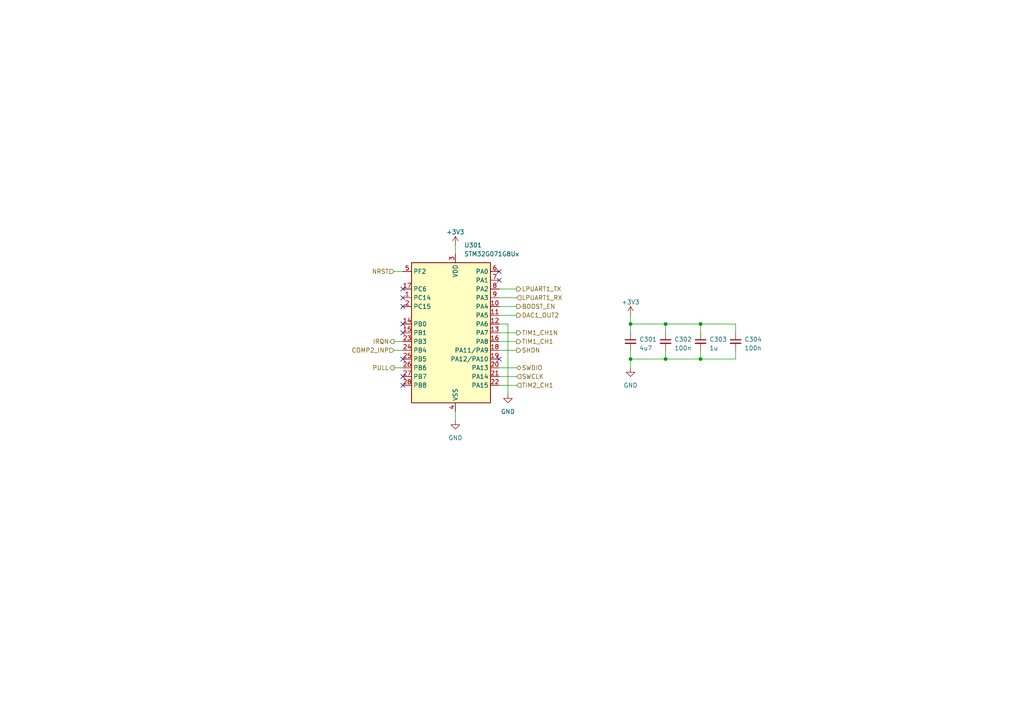
<source format=kicad_sch>
(kicad_sch (version 20230121) (generator eeschema)
  (paper "A4")
  (title_block (date "2024-01-02") (rev "1"))
  (lib_symbols
    (symbol "Device:C_Small" (pin_numbers hide) (pin_names (offset 0.254) hide)
      (property "Reference" "C" (at 0.254 1.778 0))
      (property "Value" "C_Small" (at 0.254 -2.032 0))
      (symbol "C_Small_0_1"
        (polyline (pts (xy -1.524 -0.508) (xy 1.524 -0.508)) (stroke (width 0.3302)))
        (polyline (pts (xy -1.524 0.508) (xy 1.524 0.508)) (stroke (width 0.3048)))
      )
      (symbol "C_Small_1_1"
        (pin passive line (at 0 2.54 270) (length 2.032) (name "~") (number "1"))
        (pin passive line (at 0 -2.54 90) (length 2.032) (name "~") (number "2"))
      )
    )
    (symbol "MCU_ST_STM32G0:STM32G071G8Ux"
      (property "Reference" "U" (at -10.16 21.59 0))
      (property "Value" "STM32G071G8Ux" (at 5.08 21.59 0))
      (symbol "STM32G071G8Ux_0_1"
        (rectangle (start -10.16 -20.32) (end 12.7 20.32) (stroke (width 0.254)) (fill (type background)))
      )
      (symbol "STM32G071G8Ux_1_1"
        (pin bidirectional line (at -12.7 10.16 0) (length 2.54) (name "PC14") (number "1"))
        (pin bidirectional line (at 15.24 7.62 180) (length 2.54) (name "PA4") (number "10"))
        (pin bidirectional line (at 15.24 5.08 180) (length 2.54) (name "PA5") (number "11"))
        (pin bidirectional line (at 15.24 2.54 180) (length 2.54) (name "PA6") (number "12"))
        (pin bidirectional line (at 15.24 0 180) (length 2.54) (name "PA7") (number "13"))
        (pin bidirectional line (at -12.7 2.54 0) (length 2.54) (name "PB0") (number "14"))
        (pin bidirectional line (at -12.7 0 0) (length 2.54) (name "PB1") (number "15"))
        (pin bidirectional line (at 15.24 -2.54 180) (length 2.54) (name "PA8") (number "16"))
        (pin bidirectional line (at -12.7 12.7 0) (length 2.54) (name "PC6") (number "17"))
        (pin bidirectional line (at 15.24 -5.08 180) (length 2.54) (name "PA11/PA9") (number "18"))
        (pin bidirectional line (at 15.24 -7.62 180) (length 2.54) (name "PA12/PA10") (number "19"))
        (pin bidirectional line (at -12.7 7.62 0) (length 2.54) (name "PC15") (number "2"))
        (pin bidirectional line (at 15.24 -10.16 180) (length 2.54) (name "PA13") (number "20"))
        (pin bidirectional line (at 15.24 -12.7 180) (length 2.54) (name "PA14") (number "21"))
        (pin bidirectional line (at 15.24 -15.24 180) (length 2.54) (name "PA15") (number "22"))
        (pin bidirectional line (at -12.7 -2.54 0) (length 2.54) (name "PB3") (number "23"))
        (pin bidirectional line (at -12.7 -5.08 0) (length 2.54) (name "PB4") (number "24"))
        (pin bidirectional line (at -12.7 -7.62 0) (length 2.54) (name "PB5") (number "25"))
        (pin bidirectional line (at -12.7 -10.16 0) (length 2.54) (name "PB6") (number "26"))
        (pin bidirectional line (at -12.7 -12.7 0) (length 2.54) (name "PB7") (number "27"))
        (pin bidirectional line (at -12.7 -15.24 0) (length 2.54) (name "PB8") (number "28"))
        (pin power_in line (at 2.54 22.86 270) (length 2.54) (name "VDD") (number "3"))
        (pin power_in line (at 2.54 -22.86 90) (length 2.54) (name "VSS") (number "4"))
        (pin bidirectional line (at -12.7 17.78 0) (length 2.54) (name "PF2") (number "5"))
        (pin bidirectional line (at 15.24 17.78 180) (length 2.54) (name "PA0") (number "6"))
        (pin bidirectional line (at 15.24 15.24 180) (length 2.54) (name "PA1") (number "7"))
        (pin bidirectional line (at 15.24 12.7 180) (length 2.54) (name "PA2") (number "8"))
        (pin bidirectional line (at 15.24 10.16 180) (length 2.54) (name "PA3") (number "9"))
      )
    )
    (symbol "power:+3V3" (power) (pin_names (offset 0))
      (property "Value" "+3V3" (at 0 3.556 0))
      (symbol "+3V3_0_1"
        (polyline (pts (xy -0.762 1.27) (xy 0 2.54)))
        (polyline (pts (xy 0 0) (xy 0 2.54)))
        (polyline (pts (xy 0 2.54) (xy 0.762 1.27)))
      )
      (symbol "+3V3_1_1"
        (pin power_in line (at 0 0 90) (length 0) hide (name "+3V3") (number "1"))
      )
    )
    (symbol "power:GND" (power) (pin_names (offset 0))
      (property "Value" "GND" (at 0 -3.81 0))
      (symbol "GND_0_1"
        (polyline (pts (xy 0 0) (xy 0 -1.27) (xy 1.27 -1.27) (xy 0 -2.54) (xy -1.27 -1.27) (xy 0 -1.27)))
      )
      (symbol "GND_1_1"
        (pin power_in line (at 0 0 270) (length 0) hide (name "GND") (number "1"))
      )
    )
  )
  (junction (at 203.2 104.14))
  (junction (at 193.04 104.14))
  (junction (at 182.88 104.14))
  (junction (at 182.88 93.98))
  (junction (at 203.2 93.98))
  (junction (at 193.04 93.98))
  (no_connect (at 116.84 93.98))
  (no_connect (at 116.84 86.36))
  (no_connect (at 116.84 96.52))
  (no_connect (at 116.84 109.22))
  (no_connect (at 116.84 111.76))
  (no_connect (at 144.78 78.74))
  (no_connect (at 116.84 83.82))
  (no_connect (at 116.84 88.9))
  (no_connect (at 144.78 81.28))
  (no_connect (at 116.84 104.14))
  (no_connect (at 144.78 104.14))
  (wire (pts (xy 182.88 104.14) (xy 193.04 104.14)))
  (wire (pts (xy 182.88 91.44) (xy 182.88 93.98)))
  (wire (pts (xy 114.3 99.06) (xy 116.84 99.06)))
  (wire (pts (xy 193.04 93.98) (xy 203.2 93.98)))
  (wire (pts (xy 193.04 104.14) (xy 193.04 101.6)))
  (wire (pts (xy 182.88 93.98) (xy 193.04 93.98)))
  (wire (pts (xy 203.2 104.14) (xy 213.36 104.14)))
  (wire (pts (xy 132.08 71.12) (xy 132.08 73.66)))
  (wire (pts (xy 182.88 93.98) (xy 182.88 96.52)))
  (wire (pts (xy 182.88 106.68) (xy 182.88 104.14)))
  (wire (pts (xy 149.86 88.9) (xy 144.78 88.9)))
  (wire (pts (xy 147.32 93.98) (xy 144.78 93.98)))
  (wire (pts (xy 149.86 83.82) (xy 144.78 83.82)))
  (wire (pts (xy 114.3 106.68) (xy 116.84 106.68)))
  (wire (pts (xy 203.2 104.14) (xy 203.2 101.6)))
  (wire (pts (xy 213.36 104.14) (xy 213.36 101.6)))
  (wire (pts (xy 149.86 91.44) (xy 144.78 91.44)))
  (wire (pts (xy 147.32 93.98) (xy 147.32 114.3)))
  (wire (pts (xy 149.86 109.22) (xy 144.78 109.22)))
  (wire (pts (xy 203.2 93.98) (xy 213.36 93.98)))
  (wire (pts (xy 203.2 93.98) (xy 203.2 96.52)))
  (wire (pts (xy 114.3 78.74) (xy 116.84 78.74)))
  (wire (pts (xy 149.86 106.68) (xy 144.78 106.68)))
  (wire (pts (xy 114.3 101.6) (xy 116.84 101.6)))
  (wire (pts (xy 132.08 121.92) (xy 132.08 119.38)))
  (wire (pts (xy 193.04 104.14) (xy 203.2 104.14)))
  (wire (pts (xy 149.86 101.6) (xy 144.78 101.6)))
  (wire (pts (xy 193.04 93.98) (xy 193.04 96.52)))
  (wire (pts (xy 149.86 96.52) (xy 144.78 96.52)))
  (wire (pts (xy 213.36 93.98) (xy 213.36 96.52)))
  (wire (pts (xy 182.88 104.14) (xy 182.88 101.6)))
  (wire (pts (xy 149.86 111.76) (xy 144.78 111.76)))
  (wire (pts (xy 149.86 99.06) (xy 144.78 99.06)))
  (wire (pts (xy 149.86 86.36) (xy 144.78 86.36)))
  (hierarchical_label "BOOST_EN" (shape output) (at 149.86 88.9 0))
  (hierarchical_label "NRST" (shape input) (at 114.3 78.74 180))
  (hierarchical_label "COMP2_INP" (shape input) (at 114.3 101.6 180))
  (hierarchical_label "IRQN" (shape output) (at 114.3 99.06 180))
  (hierarchical_label "DAC1_OUT2" (shape output) (at 149.86 91.44 0))
  (hierarchical_label "TIM2_CH1" (shape input) (at 149.86 111.76 0))
  (hierarchical_label "SWCLK" (shape input) (at 149.86 109.22 0))
  (hierarchical_label "PULL" (shape output) (at 114.3 106.68 180))
  (hierarchical_label "TIM1_CH1" (shape output) (at 149.86 99.06 0))
  (hierarchical_label "LPUART1_TX" (shape output) (at 149.86 83.82 0))
  (hierarchical_label "SWDIO" (shape bidirectional) (at 149.86 106.68 0))
  (hierarchical_label "SHDN" (shape output) (at 149.86 101.6 0))
  (hierarchical_label "LPUART1_RX" (shape input) (at 149.86 86.36 0))
  (hierarchical_label "TIM1_CH1N" (shape output) (at 149.86 96.52 0))
  (symbol (lib_id "Device:C_Small") (at 213.36 99.06 0) (unit 1)
    (property "Reference" "C304" (at 215.9 98.4313 0) (effects (justify left)))
    (property "Value" "100n" (at 215.9 100.9713 0) (effects (justify left)))
    (property "Footprint" "Capacitor_SMD:C_0402_1005Metric" (effects hide))
  )
  (symbol (lib_id "power:+3V3") (at 182.88 91.44 0) (unit 1)
    (property "Reference" "#PWR0303" (effects hide))
    (property "Value" "+3V3" (at 182.88 87.63 0))
  )
  (symbol (lib_id "Device:C_Small") (at 203.2 99.06 0) (unit 1)
    (property "Reference" "C303" (at 205.74 98.4313 0) (effects (justify left)))
    (property "Value" "1u" (at 205.74 100.9713 0) (effects (justify left)))
    (property "Footprint" "Capacitor_SMD:C_0402_1005Metric" (effects hide))
  )
  (symbol (lib_id "power:GND") (at 182.88 106.68 0) (unit 1)
    (property "Reference" "#PWR0304" (effects hide))
    (property "Value" "GND" (at 182.88 111.76 0))
  )
  (symbol (lib_id "power:+3V3") (at 132.08 71.12 0) (unit 1)
    (property "Reference" "#PWR0301" (effects hide))
    (property "Value" "+3V3" (at 132.08 67.31 0))
  )
  (symbol (lib_id "Device:C_Small") (at 182.88 99.06 0) (unit 1)
    (property "Reference" "C301" (at 185.42 98.4313 0) (effects (justify left)))
    (property "Value" "4u7" (at 185.42 100.9713 0) (effects (justify left)))
    (property "Footprint" "Capacitor_SMD:C_0402_1005Metric" (effects hide))
  )
  (symbol (lib_id "MCU_ST_STM32G0:STM32G071G8Ux") (at 129.54 96.52 0) (unit 1)
    (property "Reference" "U301" (at 134.62 71.12 0) (effects (justify left)))
    (property "Value" "STM32G071G8Ux" (at 134.62 73.66 0) (effects (justify left)))
    (property "Footprint" "Package_DFN_QFN:QFN-28_4x4mm_P0.5mm" (effects hide))
    (property "Datasheet" "https://www.st.com/resource/en/datasheet/stm32g071g8.pdf" (effects hide))
  )
  (symbol (lib_id "Device:C_Small") (at 193.04 99.06 0) (unit 1)
    (property "Reference" "C302" (at 195.58 98.4313 0) (effects (justify left)))
    (property "Value" "100n" (at 195.58 100.9713 0) (effects (justify left)))
    (property "Footprint" "Capacitor_SMD:C_0402_1005Metric" (effects hide))
  )
  (symbol (lib_id "power:GND") (at 132.08 121.92 0) (unit 1)
    (property "Reference" "#PWR0302" (effects hide))
    (property "Value" "GND" (at 132.08 127 0))
  )
  (symbol (lib_id "power:GND") (at 147.32 114.3 0) (unit 1)
    (property "Reference" "#PWR0305" (effects hide))
    (property "Value" "GND" (at 147.32 119.38 0))
  )
)
</source>
